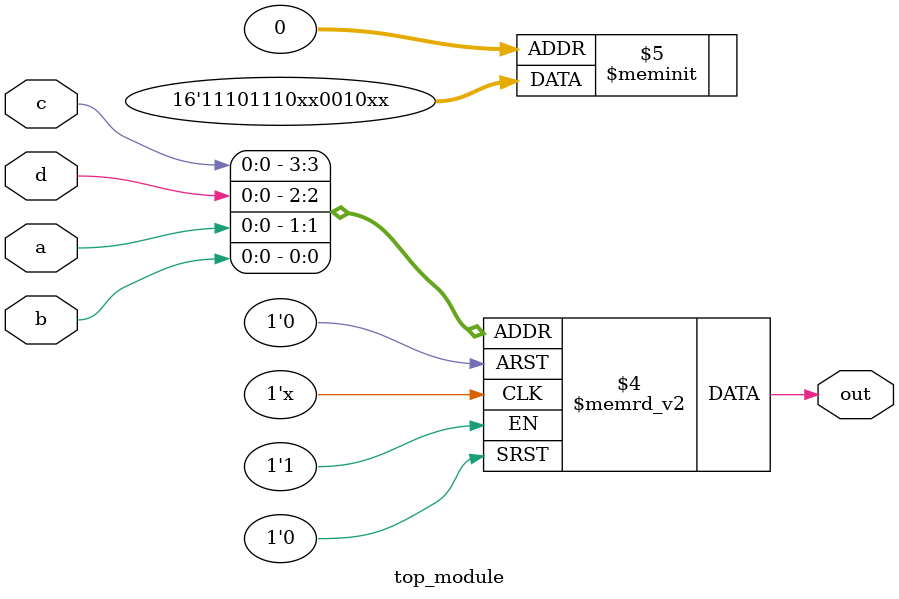
<source format=sv>
module top_module (
    input a, 
    input b,
    input c,
    input d,
    output reg out
);
    always @(*) begin
        case ({c, d, a, b})
            4'b0010: out = 0; // c=0, d=0, a=1, b=0
            4'b0011: out = 1; // c=0, d=0, a=1, b=1
            4'b0100: out = 0; // c=0, d=1, a=0, b=0
            4'b0101: out = 0; // c=0, d=1, a=0, b=1
            4'b1000: out = 0; // c=1, d=0, a=0, b=0
            4'b1001: out = 1; // c=1, d=0, a=0, b=1
            4'b1010: out = 1; // c=1, d=0, a=1, b=0
            4'b1011: out = 1; // c=1, d=0, a=1, b=1
            4'b1100: out = 0; // c=1, d=1, a=0, b=0
            4'b1101: out = 1; // c=1, d=1, a=0, b=1
            4'b1110: out = 1; // c=1, d=1, a=1, b=0
            4'b1111: out = 1; // c=1, d=1, a=1, b=1
            default: out = 1'bx; // don't care conditions
        endcase
    end
endmodule

</source>
